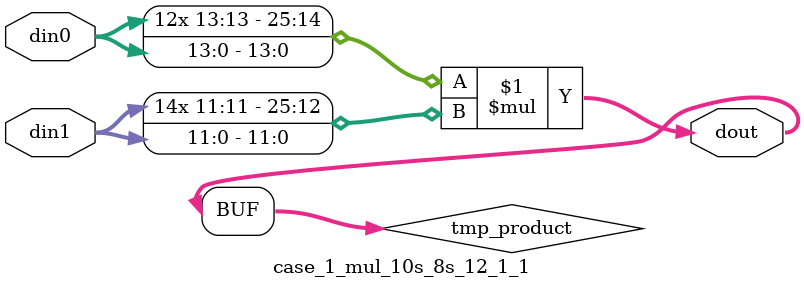
<source format=v>

`timescale 1 ns / 1 ps

 module case_1_mul_10s_8s_12_1_1(din0, din1, dout);
parameter ID = 1;
parameter NUM_STAGE = 0;
parameter din0_WIDTH = 14;
parameter din1_WIDTH = 12;
parameter dout_WIDTH = 26;

input [din0_WIDTH - 1 : 0] din0; 
input [din1_WIDTH - 1 : 0] din1; 
output [dout_WIDTH - 1 : 0] dout;

wire signed [dout_WIDTH - 1 : 0] tmp_product;



























assign tmp_product = $signed(din0) * $signed(din1);








assign dout = tmp_product;





















endmodule

</source>
